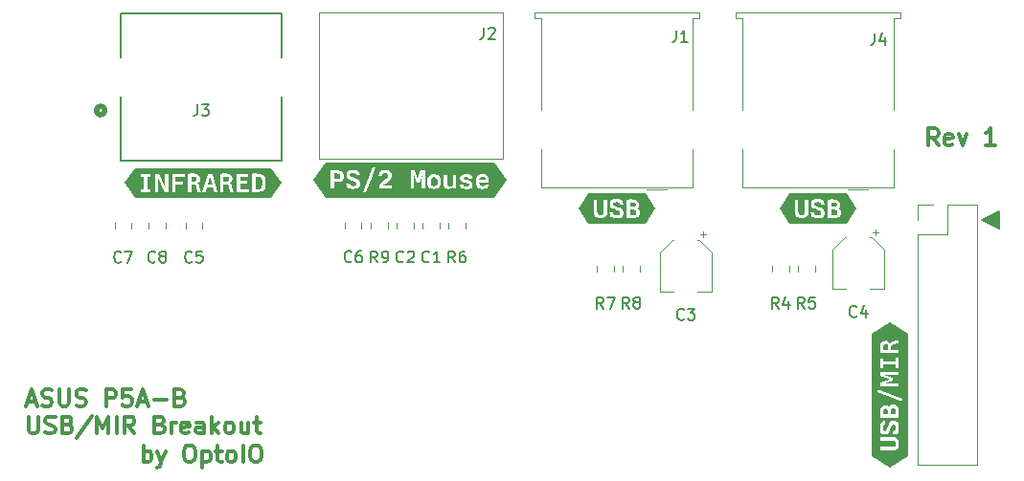
<source format=gbr>
%TF.GenerationSoftware,KiCad,Pcbnew,8.0.1*%
%TF.CreationDate,2024-04-03T08:14:29+10:00*%
%TF.ProjectId,Asus ATX USB PS2 Breakout,41737573-2041-4545-9820-555342205053,rev?*%
%TF.SameCoordinates,Original*%
%TF.FileFunction,Legend,Top*%
%TF.FilePolarity,Positive*%
%FSLAX46Y46*%
G04 Gerber Fmt 4.6, Leading zero omitted, Abs format (unit mm)*
G04 Created by KiCad (PCBNEW 8.0.1) date 2024-04-03 08:14:29*
%MOMM*%
%LPD*%
G01*
G04 APERTURE LIST*
%ADD10C,0.200000*%
%ADD11C,0.300000*%
%ADD12C,0.150000*%
%ADD13C,0.120000*%
%ADD14C,0.000000*%
%ADD15C,0.152400*%
%ADD16C,0.508000*%
G04 APERTURE END LIST*
D10*
X201676000Y-87376000D02*
X200152000Y-86614000D01*
X201676000Y-85852000D01*
X201676000Y-87376000D01*
G36*
X201676000Y-87376000D02*
G01*
X200152000Y-86614000D01*
X201676000Y-85852000D01*
X201676000Y-87376000D01*
G37*
D11*
X196311653Y-80000828D02*
X195811653Y-79286542D01*
X195454510Y-80000828D02*
X195454510Y-78500828D01*
X195454510Y-78500828D02*
X196025939Y-78500828D01*
X196025939Y-78500828D02*
X196168796Y-78572257D01*
X196168796Y-78572257D02*
X196240225Y-78643685D01*
X196240225Y-78643685D02*
X196311653Y-78786542D01*
X196311653Y-78786542D02*
X196311653Y-79000828D01*
X196311653Y-79000828D02*
X196240225Y-79143685D01*
X196240225Y-79143685D02*
X196168796Y-79215114D01*
X196168796Y-79215114D02*
X196025939Y-79286542D01*
X196025939Y-79286542D02*
X195454510Y-79286542D01*
X197525939Y-79929400D02*
X197383082Y-80000828D01*
X197383082Y-80000828D02*
X197097368Y-80000828D01*
X197097368Y-80000828D02*
X196954510Y-79929400D01*
X196954510Y-79929400D02*
X196883082Y-79786542D01*
X196883082Y-79786542D02*
X196883082Y-79215114D01*
X196883082Y-79215114D02*
X196954510Y-79072257D01*
X196954510Y-79072257D02*
X197097368Y-79000828D01*
X197097368Y-79000828D02*
X197383082Y-79000828D01*
X197383082Y-79000828D02*
X197525939Y-79072257D01*
X197525939Y-79072257D02*
X197597368Y-79215114D01*
X197597368Y-79215114D02*
X197597368Y-79357971D01*
X197597368Y-79357971D02*
X196883082Y-79500828D01*
X198097367Y-79000828D02*
X198454510Y-80000828D01*
X198454510Y-80000828D02*
X198811653Y-79000828D01*
X201311653Y-80000828D02*
X200454510Y-80000828D01*
X200883081Y-80000828D02*
X200883081Y-78500828D01*
X200883081Y-78500828D02*
X200740224Y-78715114D01*
X200740224Y-78715114D02*
X200597367Y-78857971D01*
X200597367Y-78857971D02*
X200454510Y-78929400D01*
X126054510Y-108050828D02*
X126054510Y-106550828D01*
X126054510Y-107122257D02*
X126197368Y-107050828D01*
X126197368Y-107050828D02*
X126483082Y-107050828D01*
X126483082Y-107050828D02*
X126625939Y-107122257D01*
X126625939Y-107122257D02*
X126697368Y-107193685D01*
X126697368Y-107193685D02*
X126768796Y-107336542D01*
X126768796Y-107336542D02*
X126768796Y-107765114D01*
X126768796Y-107765114D02*
X126697368Y-107907971D01*
X126697368Y-107907971D02*
X126625939Y-107979400D01*
X126625939Y-107979400D02*
X126483082Y-108050828D01*
X126483082Y-108050828D02*
X126197368Y-108050828D01*
X126197368Y-108050828D02*
X126054510Y-107979400D01*
X127268796Y-107050828D02*
X127625939Y-108050828D01*
X127983082Y-107050828D02*
X127625939Y-108050828D01*
X127625939Y-108050828D02*
X127483082Y-108407971D01*
X127483082Y-108407971D02*
X127411653Y-108479400D01*
X127411653Y-108479400D02*
X127268796Y-108550828D01*
X129983082Y-106550828D02*
X130268796Y-106550828D01*
X130268796Y-106550828D02*
X130411653Y-106622257D01*
X130411653Y-106622257D02*
X130554510Y-106765114D01*
X130554510Y-106765114D02*
X130625939Y-107050828D01*
X130625939Y-107050828D02*
X130625939Y-107550828D01*
X130625939Y-107550828D02*
X130554510Y-107836542D01*
X130554510Y-107836542D02*
X130411653Y-107979400D01*
X130411653Y-107979400D02*
X130268796Y-108050828D01*
X130268796Y-108050828D02*
X129983082Y-108050828D01*
X129983082Y-108050828D02*
X129840225Y-107979400D01*
X129840225Y-107979400D02*
X129697367Y-107836542D01*
X129697367Y-107836542D02*
X129625939Y-107550828D01*
X129625939Y-107550828D02*
X129625939Y-107050828D01*
X129625939Y-107050828D02*
X129697367Y-106765114D01*
X129697367Y-106765114D02*
X129840225Y-106622257D01*
X129840225Y-106622257D02*
X129983082Y-106550828D01*
X131268796Y-107050828D02*
X131268796Y-108550828D01*
X131268796Y-107122257D02*
X131411654Y-107050828D01*
X131411654Y-107050828D02*
X131697368Y-107050828D01*
X131697368Y-107050828D02*
X131840225Y-107122257D01*
X131840225Y-107122257D02*
X131911654Y-107193685D01*
X131911654Y-107193685D02*
X131983082Y-107336542D01*
X131983082Y-107336542D02*
X131983082Y-107765114D01*
X131983082Y-107765114D02*
X131911654Y-107907971D01*
X131911654Y-107907971D02*
X131840225Y-107979400D01*
X131840225Y-107979400D02*
X131697368Y-108050828D01*
X131697368Y-108050828D02*
X131411654Y-108050828D01*
X131411654Y-108050828D02*
X131268796Y-107979400D01*
X132411654Y-107050828D02*
X132983082Y-107050828D01*
X132625939Y-106550828D02*
X132625939Y-107836542D01*
X132625939Y-107836542D02*
X132697368Y-107979400D01*
X132697368Y-107979400D02*
X132840225Y-108050828D01*
X132840225Y-108050828D02*
X132983082Y-108050828D01*
X133697368Y-108050828D02*
X133554511Y-107979400D01*
X133554511Y-107979400D02*
X133483082Y-107907971D01*
X133483082Y-107907971D02*
X133411654Y-107765114D01*
X133411654Y-107765114D02*
X133411654Y-107336542D01*
X133411654Y-107336542D02*
X133483082Y-107193685D01*
X133483082Y-107193685D02*
X133554511Y-107122257D01*
X133554511Y-107122257D02*
X133697368Y-107050828D01*
X133697368Y-107050828D02*
X133911654Y-107050828D01*
X133911654Y-107050828D02*
X134054511Y-107122257D01*
X134054511Y-107122257D02*
X134125940Y-107193685D01*
X134125940Y-107193685D02*
X134197368Y-107336542D01*
X134197368Y-107336542D02*
X134197368Y-107765114D01*
X134197368Y-107765114D02*
X134125940Y-107907971D01*
X134125940Y-107907971D02*
X134054511Y-107979400D01*
X134054511Y-107979400D02*
X133911654Y-108050828D01*
X133911654Y-108050828D02*
X133697368Y-108050828D01*
X134840225Y-108050828D02*
X134840225Y-106550828D01*
X135840226Y-106550828D02*
X136125940Y-106550828D01*
X136125940Y-106550828D02*
X136268797Y-106622257D01*
X136268797Y-106622257D02*
X136411654Y-106765114D01*
X136411654Y-106765114D02*
X136483083Y-107050828D01*
X136483083Y-107050828D02*
X136483083Y-107550828D01*
X136483083Y-107550828D02*
X136411654Y-107836542D01*
X136411654Y-107836542D02*
X136268797Y-107979400D01*
X136268797Y-107979400D02*
X136125940Y-108050828D01*
X136125940Y-108050828D02*
X135840226Y-108050828D01*
X135840226Y-108050828D02*
X135697369Y-107979400D01*
X135697369Y-107979400D02*
X135554511Y-107836542D01*
X135554511Y-107836542D02*
X135483083Y-107550828D01*
X135483083Y-107550828D02*
X135483083Y-107050828D01*
X135483083Y-107050828D02*
X135554511Y-106765114D01*
X135554511Y-106765114D02*
X135697369Y-106622257D01*
X135697369Y-106622257D02*
X135840226Y-106550828D01*
X115823082Y-102667341D02*
X116537368Y-102667341D01*
X115680225Y-103095912D02*
X116180225Y-101595912D01*
X116180225Y-101595912D02*
X116680225Y-103095912D01*
X117108796Y-103024484D02*
X117323082Y-103095912D01*
X117323082Y-103095912D02*
X117680224Y-103095912D01*
X117680224Y-103095912D02*
X117823082Y-103024484D01*
X117823082Y-103024484D02*
X117894510Y-102953055D01*
X117894510Y-102953055D02*
X117965939Y-102810198D01*
X117965939Y-102810198D02*
X117965939Y-102667341D01*
X117965939Y-102667341D02*
X117894510Y-102524484D01*
X117894510Y-102524484D02*
X117823082Y-102453055D01*
X117823082Y-102453055D02*
X117680224Y-102381626D01*
X117680224Y-102381626D02*
X117394510Y-102310198D01*
X117394510Y-102310198D02*
X117251653Y-102238769D01*
X117251653Y-102238769D02*
X117180224Y-102167341D01*
X117180224Y-102167341D02*
X117108796Y-102024484D01*
X117108796Y-102024484D02*
X117108796Y-101881626D01*
X117108796Y-101881626D02*
X117180224Y-101738769D01*
X117180224Y-101738769D02*
X117251653Y-101667341D01*
X117251653Y-101667341D02*
X117394510Y-101595912D01*
X117394510Y-101595912D02*
X117751653Y-101595912D01*
X117751653Y-101595912D02*
X117965939Y-101667341D01*
X118608795Y-101595912D02*
X118608795Y-102810198D01*
X118608795Y-102810198D02*
X118680224Y-102953055D01*
X118680224Y-102953055D02*
X118751653Y-103024484D01*
X118751653Y-103024484D02*
X118894510Y-103095912D01*
X118894510Y-103095912D02*
X119180224Y-103095912D01*
X119180224Y-103095912D02*
X119323081Y-103024484D01*
X119323081Y-103024484D02*
X119394510Y-102953055D01*
X119394510Y-102953055D02*
X119465938Y-102810198D01*
X119465938Y-102810198D02*
X119465938Y-101595912D01*
X120108796Y-103024484D02*
X120323082Y-103095912D01*
X120323082Y-103095912D02*
X120680224Y-103095912D01*
X120680224Y-103095912D02*
X120823082Y-103024484D01*
X120823082Y-103024484D02*
X120894510Y-102953055D01*
X120894510Y-102953055D02*
X120965939Y-102810198D01*
X120965939Y-102810198D02*
X120965939Y-102667341D01*
X120965939Y-102667341D02*
X120894510Y-102524484D01*
X120894510Y-102524484D02*
X120823082Y-102453055D01*
X120823082Y-102453055D02*
X120680224Y-102381626D01*
X120680224Y-102381626D02*
X120394510Y-102310198D01*
X120394510Y-102310198D02*
X120251653Y-102238769D01*
X120251653Y-102238769D02*
X120180224Y-102167341D01*
X120180224Y-102167341D02*
X120108796Y-102024484D01*
X120108796Y-102024484D02*
X120108796Y-101881626D01*
X120108796Y-101881626D02*
X120180224Y-101738769D01*
X120180224Y-101738769D02*
X120251653Y-101667341D01*
X120251653Y-101667341D02*
X120394510Y-101595912D01*
X120394510Y-101595912D02*
X120751653Y-101595912D01*
X120751653Y-101595912D02*
X120965939Y-101667341D01*
X122751652Y-103095912D02*
X122751652Y-101595912D01*
X122751652Y-101595912D02*
X123323081Y-101595912D01*
X123323081Y-101595912D02*
X123465938Y-101667341D01*
X123465938Y-101667341D02*
X123537367Y-101738769D01*
X123537367Y-101738769D02*
X123608795Y-101881626D01*
X123608795Y-101881626D02*
X123608795Y-102095912D01*
X123608795Y-102095912D02*
X123537367Y-102238769D01*
X123537367Y-102238769D02*
X123465938Y-102310198D01*
X123465938Y-102310198D02*
X123323081Y-102381626D01*
X123323081Y-102381626D02*
X122751652Y-102381626D01*
X124965938Y-101595912D02*
X124251652Y-101595912D01*
X124251652Y-101595912D02*
X124180224Y-102310198D01*
X124180224Y-102310198D02*
X124251652Y-102238769D01*
X124251652Y-102238769D02*
X124394510Y-102167341D01*
X124394510Y-102167341D02*
X124751652Y-102167341D01*
X124751652Y-102167341D02*
X124894510Y-102238769D01*
X124894510Y-102238769D02*
X124965938Y-102310198D01*
X124965938Y-102310198D02*
X125037367Y-102453055D01*
X125037367Y-102453055D02*
X125037367Y-102810198D01*
X125037367Y-102810198D02*
X124965938Y-102953055D01*
X124965938Y-102953055D02*
X124894510Y-103024484D01*
X124894510Y-103024484D02*
X124751652Y-103095912D01*
X124751652Y-103095912D02*
X124394510Y-103095912D01*
X124394510Y-103095912D02*
X124251652Y-103024484D01*
X124251652Y-103024484D02*
X124180224Y-102953055D01*
X125608795Y-102667341D02*
X126323081Y-102667341D01*
X125465938Y-103095912D02*
X125965938Y-101595912D01*
X125965938Y-101595912D02*
X126465938Y-103095912D01*
X126965937Y-102524484D02*
X128108795Y-102524484D01*
X129323080Y-102310198D02*
X129537366Y-102381626D01*
X129537366Y-102381626D02*
X129608795Y-102453055D01*
X129608795Y-102453055D02*
X129680223Y-102595912D01*
X129680223Y-102595912D02*
X129680223Y-102810198D01*
X129680223Y-102810198D02*
X129608795Y-102953055D01*
X129608795Y-102953055D02*
X129537366Y-103024484D01*
X129537366Y-103024484D02*
X129394509Y-103095912D01*
X129394509Y-103095912D02*
X128823080Y-103095912D01*
X128823080Y-103095912D02*
X128823080Y-101595912D01*
X128823080Y-101595912D02*
X129323080Y-101595912D01*
X129323080Y-101595912D02*
X129465938Y-101667341D01*
X129465938Y-101667341D02*
X129537366Y-101738769D01*
X129537366Y-101738769D02*
X129608795Y-101881626D01*
X129608795Y-101881626D02*
X129608795Y-102024484D01*
X129608795Y-102024484D02*
X129537366Y-102167341D01*
X129537366Y-102167341D02*
X129465938Y-102238769D01*
X129465938Y-102238769D02*
X129323080Y-102310198D01*
X129323080Y-102310198D02*
X128823080Y-102310198D01*
X115894510Y-104010828D02*
X115894510Y-105225114D01*
X115894510Y-105225114D02*
X115965939Y-105367971D01*
X115965939Y-105367971D02*
X116037368Y-105439400D01*
X116037368Y-105439400D02*
X116180225Y-105510828D01*
X116180225Y-105510828D02*
X116465939Y-105510828D01*
X116465939Y-105510828D02*
X116608796Y-105439400D01*
X116608796Y-105439400D02*
X116680225Y-105367971D01*
X116680225Y-105367971D02*
X116751653Y-105225114D01*
X116751653Y-105225114D02*
X116751653Y-104010828D01*
X117394511Y-105439400D02*
X117608797Y-105510828D01*
X117608797Y-105510828D02*
X117965939Y-105510828D01*
X117965939Y-105510828D02*
X118108797Y-105439400D01*
X118108797Y-105439400D02*
X118180225Y-105367971D01*
X118180225Y-105367971D02*
X118251654Y-105225114D01*
X118251654Y-105225114D02*
X118251654Y-105082257D01*
X118251654Y-105082257D02*
X118180225Y-104939400D01*
X118180225Y-104939400D02*
X118108797Y-104867971D01*
X118108797Y-104867971D02*
X117965939Y-104796542D01*
X117965939Y-104796542D02*
X117680225Y-104725114D01*
X117680225Y-104725114D02*
X117537368Y-104653685D01*
X117537368Y-104653685D02*
X117465939Y-104582257D01*
X117465939Y-104582257D02*
X117394511Y-104439400D01*
X117394511Y-104439400D02*
X117394511Y-104296542D01*
X117394511Y-104296542D02*
X117465939Y-104153685D01*
X117465939Y-104153685D02*
X117537368Y-104082257D01*
X117537368Y-104082257D02*
X117680225Y-104010828D01*
X117680225Y-104010828D02*
X118037368Y-104010828D01*
X118037368Y-104010828D02*
X118251654Y-104082257D01*
X119394510Y-104725114D02*
X119608796Y-104796542D01*
X119608796Y-104796542D02*
X119680225Y-104867971D01*
X119680225Y-104867971D02*
X119751653Y-105010828D01*
X119751653Y-105010828D02*
X119751653Y-105225114D01*
X119751653Y-105225114D02*
X119680225Y-105367971D01*
X119680225Y-105367971D02*
X119608796Y-105439400D01*
X119608796Y-105439400D02*
X119465939Y-105510828D01*
X119465939Y-105510828D02*
X118894510Y-105510828D01*
X118894510Y-105510828D02*
X118894510Y-104010828D01*
X118894510Y-104010828D02*
X119394510Y-104010828D01*
X119394510Y-104010828D02*
X119537368Y-104082257D01*
X119537368Y-104082257D02*
X119608796Y-104153685D01*
X119608796Y-104153685D02*
X119680225Y-104296542D01*
X119680225Y-104296542D02*
X119680225Y-104439400D01*
X119680225Y-104439400D02*
X119608796Y-104582257D01*
X119608796Y-104582257D02*
X119537368Y-104653685D01*
X119537368Y-104653685D02*
X119394510Y-104725114D01*
X119394510Y-104725114D02*
X118894510Y-104725114D01*
X121465939Y-103939400D02*
X120180225Y-105867971D01*
X121965939Y-105510828D02*
X121965939Y-104010828D01*
X121965939Y-104010828D02*
X122465939Y-105082257D01*
X122465939Y-105082257D02*
X122965939Y-104010828D01*
X122965939Y-104010828D02*
X122965939Y-105510828D01*
X123680225Y-105510828D02*
X123680225Y-104010828D01*
X125251654Y-105510828D02*
X124751654Y-104796542D01*
X124394511Y-105510828D02*
X124394511Y-104010828D01*
X124394511Y-104010828D02*
X124965940Y-104010828D01*
X124965940Y-104010828D02*
X125108797Y-104082257D01*
X125108797Y-104082257D02*
X125180226Y-104153685D01*
X125180226Y-104153685D02*
X125251654Y-104296542D01*
X125251654Y-104296542D02*
X125251654Y-104510828D01*
X125251654Y-104510828D02*
X125180226Y-104653685D01*
X125180226Y-104653685D02*
X125108797Y-104725114D01*
X125108797Y-104725114D02*
X124965940Y-104796542D01*
X124965940Y-104796542D02*
X124394511Y-104796542D01*
X127537368Y-104725114D02*
X127751654Y-104796542D01*
X127751654Y-104796542D02*
X127823083Y-104867971D01*
X127823083Y-104867971D02*
X127894511Y-105010828D01*
X127894511Y-105010828D02*
X127894511Y-105225114D01*
X127894511Y-105225114D02*
X127823083Y-105367971D01*
X127823083Y-105367971D02*
X127751654Y-105439400D01*
X127751654Y-105439400D02*
X127608797Y-105510828D01*
X127608797Y-105510828D02*
X127037368Y-105510828D01*
X127037368Y-105510828D02*
X127037368Y-104010828D01*
X127037368Y-104010828D02*
X127537368Y-104010828D01*
X127537368Y-104010828D02*
X127680226Y-104082257D01*
X127680226Y-104082257D02*
X127751654Y-104153685D01*
X127751654Y-104153685D02*
X127823083Y-104296542D01*
X127823083Y-104296542D02*
X127823083Y-104439400D01*
X127823083Y-104439400D02*
X127751654Y-104582257D01*
X127751654Y-104582257D02*
X127680226Y-104653685D01*
X127680226Y-104653685D02*
X127537368Y-104725114D01*
X127537368Y-104725114D02*
X127037368Y-104725114D01*
X128537368Y-105510828D02*
X128537368Y-104510828D01*
X128537368Y-104796542D02*
X128608797Y-104653685D01*
X128608797Y-104653685D02*
X128680226Y-104582257D01*
X128680226Y-104582257D02*
X128823083Y-104510828D01*
X128823083Y-104510828D02*
X128965940Y-104510828D01*
X130037368Y-105439400D02*
X129894511Y-105510828D01*
X129894511Y-105510828D02*
X129608797Y-105510828D01*
X129608797Y-105510828D02*
X129465939Y-105439400D01*
X129465939Y-105439400D02*
X129394511Y-105296542D01*
X129394511Y-105296542D02*
X129394511Y-104725114D01*
X129394511Y-104725114D02*
X129465939Y-104582257D01*
X129465939Y-104582257D02*
X129608797Y-104510828D01*
X129608797Y-104510828D02*
X129894511Y-104510828D01*
X129894511Y-104510828D02*
X130037368Y-104582257D01*
X130037368Y-104582257D02*
X130108797Y-104725114D01*
X130108797Y-104725114D02*
X130108797Y-104867971D01*
X130108797Y-104867971D02*
X129394511Y-105010828D01*
X131394511Y-105510828D02*
X131394511Y-104725114D01*
X131394511Y-104725114D02*
X131323082Y-104582257D01*
X131323082Y-104582257D02*
X131180225Y-104510828D01*
X131180225Y-104510828D02*
X130894511Y-104510828D01*
X130894511Y-104510828D02*
X130751653Y-104582257D01*
X131394511Y-105439400D02*
X131251653Y-105510828D01*
X131251653Y-105510828D02*
X130894511Y-105510828D01*
X130894511Y-105510828D02*
X130751653Y-105439400D01*
X130751653Y-105439400D02*
X130680225Y-105296542D01*
X130680225Y-105296542D02*
X130680225Y-105153685D01*
X130680225Y-105153685D02*
X130751653Y-105010828D01*
X130751653Y-105010828D02*
X130894511Y-104939400D01*
X130894511Y-104939400D02*
X131251653Y-104939400D01*
X131251653Y-104939400D02*
X131394511Y-104867971D01*
X132108796Y-105510828D02*
X132108796Y-104010828D01*
X132251654Y-104939400D02*
X132680225Y-105510828D01*
X132680225Y-104510828D02*
X132108796Y-105082257D01*
X133537368Y-105510828D02*
X133394511Y-105439400D01*
X133394511Y-105439400D02*
X133323082Y-105367971D01*
X133323082Y-105367971D02*
X133251654Y-105225114D01*
X133251654Y-105225114D02*
X133251654Y-104796542D01*
X133251654Y-104796542D02*
X133323082Y-104653685D01*
X133323082Y-104653685D02*
X133394511Y-104582257D01*
X133394511Y-104582257D02*
X133537368Y-104510828D01*
X133537368Y-104510828D02*
X133751654Y-104510828D01*
X133751654Y-104510828D02*
X133894511Y-104582257D01*
X133894511Y-104582257D02*
X133965940Y-104653685D01*
X133965940Y-104653685D02*
X134037368Y-104796542D01*
X134037368Y-104796542D02*
X134037368Y-105225114D01*
X134037368Y-105225114D02*
X133965940Y-105367971D01*
X133965940Y-105367971D02*
X133894511Y-105439400D01*
X133894511Y-105439400D02*
X133751654Y-105510828D01*
X133751654Y-105510828D02*
X133537368Y-105510828D01*
X135323083Y-104510828D02*
X135323083Y-105510828D01*
X134680225Y-104510828D02*
X134680225Y-105296542D01*
X134680225Y-105296542D02*
X134751654Y-105439400D01*
X134751654Y-105439400D02*
X134894511Y-105510828D01*
X134894511Y-105510828D02*
X135108797Y-105510828D01*
X135108797Y-105510828D02*
X135251654Y-105439400D01*
X135251654Y-105439400D02*
X135323083Y-105367971D01*
X135823083Y-104510828D02*
X136394511Y-104510828D01*
X136037368Y-104010828D02*
X136037368Y-105296542D01*
X136037368Y-105296542D02*
X136108797Y-105439400D01*
X136108797Y-105439400D02*
X136251654Y-105510828D01*
X136251654Y-105510828D02*
X136394511Y-105510828D01*
D12*
X124083333Y-90275580D02*
X124035714Y-90323200D01*
X124035714Y-90323200D02*
X123892857Y-90370819D01*
X123892857Y-90370819D02*
X123797619Y-90370819D01*
X123797619Y-90370819D02*
X123654762Y-90323200D01*
X123654762Y-90323200D02*
X123559524Y-90227961D01*
X123559524Y-90227961D02*
X123511905Y-90132723D01*
X123511905Y-90132723D02*
X123464286Y-89942247D01*
X123464286Y-89942247D02*
X123464286Y-89799390D01*
X123464286Y-89799390D02*
X123511905Y-89608914D01*
X123511905Y-89608914D02*
X123559524Y-89513676D01*
X123559524Y-89513676D02*
X123654762Y-89418438D01*
X123654762Y-89418438D02*
X123797619Y-89370819D01*
X123797619Y-89370819D02*
X123892857Y-89370819D01*
X123892857Y-89370819D02*
X124035714Y-89418438D01*
X124035714Y-89418438D02*
X124083333Y-89466057D01*
X124416667Y-89370819D02*
X125083333Y-89370819D01*
X125083333Y-89370819D02*
X124654762Y-90370819D01*
X190674666Y-70066819D02*
X190674666Y-70781104D01*
X190674666Y-70781104D02*
X190627047Y-70923961D01*
X190627047Y-70923961D02*
X190531809Y-71019200D01*
X190531809Y-71019200D02*
X190388952Y-71066819D01*
X190388952Y-71066819D02*
X190293714Y-71066819D01*
X191579428Y-70400152D02*
X191579428Y-71066819D01*
X191341333Y-70019200D02*
X191103238Y-70733485D01*
X191103238Y-70733485D02*
X191722285Y-70733485D01*
X127087333Y-90275580D02*
X127039714Y-90323200D01*
X127039714Y-90323200D02*
X126896857Y-90370819D01*
X126896857Y-90370819D02*
X126801619Y-90370819D01*
X126801619Y-90370819D02*
X126658762Y-90323200D01*
X126658762Y-90323200D02*
X126563524Y-90227961D01*
X126563524Y-90227961D02*
X126515905Y-90132723D01*
X126515905Y-90132723D02*
X126468286Y-89942247D01*
X126468286Y-89942247D02*
X126468286Y-89799390D01*
X126468286Y-89799390D02*
X126515905Y-89608914D01*
X126515905Y-89608914D02*
X126563524Y-89513676D01*
X126563524Y-89513676D02*
X126658762Y-89418438D01*
X126658762Y-89418438D02*
X126801619Y-89370819D01*
X126801619Y-89370819D02*
X126896857Y-89370819D01*
X126896857Y-89370819D02*
X127039714Y-89418438D01*
X127039714Y-89418438D02*
X127087333Y-89466057D01*
X127658762Y-89799390D02*
X127563524Y-89751771D01*
X127563524Y-89751771D02*
X127515905Y-89704152D01*
X127515905Y-89704152D02*
X127468286Y-89608914D01*
X127468286Y-89608914D02*
X127468286Y-89561295D01*
X127468286Y-89561295D02*
X127515905Y-89466057D01*
X127515905Y-89466057D02*
X127563524Y-89418438D01*
X127563524Y-89418438D02*
X127658762Y-89370819D01*
X127658762Y-89370819D02*
X127849238Y-89370819D01*
X127849238Y-89370819D02*
X127944476Y-89418438D01*
X127944476Y-89418438D02*
X127992095Y-89466057D01*
X127992095Y-89466057D02*
X128039714Y-89561295D01*
X128039714Y-89561295D02*
X128039714Y-89608914D01*
X128039714Y-89608914D02*
X127992095Y-89704152D01*
X127992095Y-89704152D02*
X127944476Y-89751771D01*
X127944476Y-89751771D02*
X127849238Y-89799390D01*
X127849238Y-89799390D02*
X127658762Y-89799390D01*
X127658762Y-89799390D02*
X127563524Y-89847009D01*
X127563524Y-89847009D02*
X127515905Y-89894628D01*
X127515905Y-89894628D02*
X127468286Y-89989866D01*
X127468286Y-89989866D02*
X127468286Y-90180342D01*
X127468286Y-90180342D02*
X127515905Y-90275580D01*
X127515905Y-90275580D02*
X127563524Y-90323200D01*
X127563524Y-90323200D02*
X127658762Y-90370819D01*
X127658762Y-90370819D02*
X127849238Y-90370819D01*
X127849238Y-90370819D02*
X127944476Y-90323200D01*
X127944476Y-90323200D02*
X127992095Y-90275580D01*
X127992095Y-90275580D02*
X128039714Y-90180342D01*
X128039714Y-90180342D02*
X128039714Y-89989866D01*
X128039714Y-89989866D02*
X127992095Y-89894628D01*
X127992095Y-89894628D02*
X127944476Y-89847009D01*
X127944476Y-89847009D02*
X127849238Y-89799390D01*
X184491333Y-94434819D02*
X184158000Y-93958628D01*
X183919905Y-94434819D02*
X183919905Y-93434819D01*
X183919905Y-93434819D02*
X184300857Y-93434819D01*
X184300857Y-93434819D02*
X184396095Y-93482438D01*
X184396095Y-93482438D02*
X184443714Y-93530057D01*
X184443714Y-93530057D02*
X184491333Y-93625295D01*
X184491333Y-93625295D02*
X184491333Y-93768152D01*
X184491333Y-93768152D02*
X184443714Y-93863390D01*
X184443714Y-93863390D02*
X184396095Y-93911009D01*
X184396095Y-93911009D02*
X184300857Y-93958628D01*
X184300857Y-93958628D02*
X183919905Y-93958628D01*
X185396095Y-93434819D02*
X184919905Y-93434819D01*
X184919905Y-93434819D02*
X184872286Y-93911009D01*
X184872286Y-93911009D02*
X184919905Y-93863390D01*
X184919905Y-93863390D02*
X185015143Y-93815771D01*
X185015143Y-93815771D02*
X185253238Y-93815771D01*
X185253238Y-93815771D02*
X185348476Y-93863390D01*
X185348476Y-93863390D02*
X185396095Y-93911009D01*
X185396095Y-93911009D02*
X185443714Y-94006247D01*
X185443714Y-94006247D02*
X185443714Y-94244342D01*
X185443714Y-94244342D02*
X185396095Y-94339580D01*
X185396095Y-94339580D02*
X185348476Y-94387200D01*
X185348476Y-94387200D02*
X185253238Y-94434819D01*
X185253238Y-94434819D02*
X185015143Y-94434819D01*
X185015143Y-94434819D02*
X184919905Y-94387200D01*
X184919905Y-94387200D02*
X184872286Y-94339580D01*
X153591333Y-90364819D02*
X153258000Y-89888628D01*
X153019905Y-90364819D02*
X153019905Y-89364819D01*
X153019905Y-89364819D02*
X153400857Y-89364819D01*
X153400857Y-89364819D02*
X153496095Y-89412438D01*
X153496095Y-89412438D02*
X153543714Y-89460057D01*
X153543714Y-89460057D02*
X153591333Y-89555295D01*
X153591333Y-89555295D02*
X153591333Y-89698152D01*
X153591333Y-89698152D02*
X153543714Y-89793390D01*
X153543714Y-89793390D02*
X153496095Y-89841009D01*
X153496095Y-89841009D02*
X153400857Y-89888628D01*
X153400857Y-89888628D02*
X153019905Y-89888628D01*
X154448476Y-89364819D02*
X154258000Y-89364819D01*
X154258000Y-89364819D02*
X154162762Y-89412438D01*
X154162762Y-89412438D02*
X154115143Y-89460057D01*
X154115143Y-89460057D02*
X154019905Y-89602914D01*
X154019905Y-89602914D02*
X153972286Y-89793390D01*
X153972286Y-89793390D02*
X153972286Y-90174342D01*
X153972286Y-90174342D02*
X154019905Y-90269580D01*
X154019905Y-90269580D02*
X154067524Y-90317200D01*
X154067524Y-90317200D02*
X154162762Y-90364819D01*
X154162762Y-90364819D02*
X154353238Y-90364819D01*
X154353238Y-90364819D02*
X154448476Y-90317200D01*
X154448476Y-90317200D02*
X154496095Y-90269580D01*
X154496095Y-90269580D02*
X154543714Y-90174342D01*
X154543714Y-90174342D02*
X154543714Y-89936247D01*
X154543714Y-89936247D02*
X154496095Y-89841009D01*
X154496095Y-89841009D02*
X154448476Y-89793390D01*
X154448476Y-89793390D02*
X154353238Y-89745771D01*
X154353238Y-89745771D02*
X154162762Y-89745771D01*
X154162762Y-89745771D02*
X154067524Y-89793390D01*
X154067524Y-89793390D02*
X154019905Y-89841009D01*
X154019905Y-89841009D02*
X153972286Y-89936247D01*
X144433333Y-90253580D02*
X144385714Y-90301200D01*
X144385714Y-90301200D02*
X144242857Y-90348819D01*
X144242857Y-90348819D02*
X144147619Y-90348819D01*
X144147619Y-90348819D02*
X144004762Y-90301200D01*
X144004762Y-90301200D02*
X143909524Y-90205961D01*
X143909524Y-90205961D02*
X143861905Y-90110723D01*
X143861905Y-90110723D02*
X143814286Y-89920247D01*
X143814286Y-89920247D02*
X143814286Y-89777390D01*
X143814286Y-89777390D02*
X143861905Y-89586914D01*
X143861905Y-89586914D02*
X143909524Y-89491676D01*
X143909524Y-89491676D02*
X144004762Y-89396438D01*
X144004762Y-89396438D02*
X144147619Y-89348819D01*
X144147619Y-89348819D02*
X144242857Y-89348819D01*
X144242857Y-89348819D02*
X144385714Y-89396438D01*
X144385714Y-89396438D02*
X144433333Y-89444057D01*
X145290476Y-89348819D02*
X145100000Y-89348819D01*
X145100000Y-89348819D02*
X145004762Y-89396438D01*
X145004762Y-89396438D02*
X144957143Y-89444057D01*
X144957143Y-89444057D02*
X144861905Y-89586914D01*
X144861905Y-89586914D02*
X144814286Y-89777390D01*
X144814286Y-89777390D02*
X144814286Y-90158342D01*
X144814286Y-90158342D02*
X144861905Y-90253580D01*
X144861905Y-90253580D02*
X144909524Y-90301200D01*
X144909524Y-90301200D02*
X145004762Y-90348819D01*
X145004762Y-90348819D02*
X145195238Y-90348819D01*
X145195238Y-90348819D02*
X145290476Y-90301200D01*
X145290476Y-90301200D02*
X145338095Y-90253580D01*
X145338095Y-90253580D02*
X145385714Y-90158342D01*
X145385714Y-90158342D02*
X145385714Y-89920247D01*
X145385714Y-89920247D02*
X145338095Y-89825009D01*
X145338095Y-89825009D02*
X145290476Y-89777390D01*
X145290476Y-89777390D02*
X145195238Y-89729771D01*
X145195238Y-89729771D02*
X145004762Y-89729771D01*
X145004762Y-89729771D02*
X144909524Y-89777390D01*
X144909524Y-89777390D02*
X144861905Y-89825009D01*
X144861905Y-89825009D02*
X144814286Y-89920247D01*
X166711333Y-94434819D02*
X166378000Y-93958628D01*
X166139905Y-94434819D02*
X166139905Y-93434819D01*
X166139905Y-93434819D02*
X166520857Y-93434819D01*
X166520857Y-93434819D02*
X166616095Y-93482438D01*
X166616095Y-93482438D02*
X166663714Y-93530057D01*
X166663714Y-93530057D02*
X166711333Y-93625295D01*
X166711333Y-93625295D02*
X166711333Y-93768152D01*
X166711333Y-93768152D02*
X166663714Y-93863390D01*
X166663714Y-93863390D02*
X166616095Y-93911009D01*
X166616095Y-93911009D02*
X166520857Y-93958628D01*
X166520857Y-93958628D02*
X166139905Y-93958628D01*
X167044667Y-93434819D02*
X167711333Y-93434819D01*
X167711333Y-93434819D02*
X167282762Y-94434819D01*
X173833333Y-95359580D02*
X173785714Y-95407200D01*
X173785714Y-95407200D02*
X173642857Y-95454819D01*
X173642857Y-95454819D02*
X173547619Y-95454819D01*
X173547619Y-95454819D02*
X173404762Y-95407200D01*
X173404762Y-95407200D02*
X173309524Y-95311961D01*
X173309524Y-95311961D02*
X173261905Y-95216723D01*
X173261905Y-95216723D02*
X173214286Y-95026247D01*
X173214286Y-95026247D02*
X173214286Y-94883390D01*
X173214286Y-94883390D02*
X173261905Y-94692914D01*
X173261905Y-94692914D02*
X173309524Y-94597676D01*
X173309524Y-94597676D02*
X173404762Y-94502438D01*
X173404762Y-94502438D02*
X173547619Y-94454819D01*
X173547619Y-94454819D02*
X173642857Y-94454819D01*
X173642857Y-94454819D02*
X173785714Y-94502438D01*
X173785714Y-94502438D02*
X173833333Y-94550057D01*
X174166667Y-94454819D02*
X174785714Y-94454819D01*
X174785714Y-94454819D02*
X174452381Y-94835771D01*
X174452381Y-94835771D02*
X174595238Y-94835771D01*
X174595238Y-94835771D02*
X174690476Y-94883390D01*
X174690476Y-94883390D02*
X174738095Y-94931009D01*
X174738095Y-94931009D02*
X174785714Y-95026247D01*
X174785714Y-95026247D02*
X174785714Y-95264342D01*
X174785714Y-95264342D02*
X174738095Y-95359580D01*
X174738095Y-95359580D02*
X174690476Y-95407200D01*
X174690476Y-95407200D02*
X174595238Y-95454819D01*
X174595238Y-95454819D02*
X174309524Y-95454819D01*
X174309524Y-95454819D02*
X174214286Y-95407200D01*
X174214286Y-95407200D02*
X174166667Y-95359580D01*
X130832266Y-76366019D02*
X130832266Y-77080304D01*
X130832266Y-77080304D02*
X130784647Y-77223161D01*
X130784647Y-77223161D02*
X130689409Y-77318400D01*
X130689409Y-77318400D02*
X130546552Y-77366019D01*
X130546552Y-77366019D02*
X130451314Y-77366019D01*
X131213219Y-76366019D02*
X131832266Y-76366019D01*
X131832266Y-76366019D02*
X131498933Y-76746971D01*
X131498933Y-76746971D02*
X131641790Y-76746971D01*
X131641790Y-76746971D02*
X131737028Y-76794590D01*
X131737028Y-76794590D02*
X131784647Y-76842209D01*
X131784647Y-76842209D02*
X131832266Y-76937447D01*
X131832266Y-76937447D02*
X131832266Y-77175542D01*
X131832266Y-77175542D02*
X131784647Y-77270780D01*
X131784647Y-77270780D02*
X131737028Y-77318400D01*
X131737028Y-77318400D02*
X131641790Y-77366019D01*
X131641790Y-77366019D02*
X131356076Y-77366019D01*
X131356076Y-77366019D02*
X131260838Y-77318400D01*
X131260838Y-77318400D02*
X131213219Y-77270780D01*
X156130666Y-69558819D02*
X156130666Y-70273104D01*
X156130666Y-70273104D02*
X156083047Y-70415961D01*
X156083047Y-70415961D02*
X155987809Y-70511200D01*
X155987809Y-70511200D02*
X155844952Y-70558819D01*
X155844952Y-70558819D02*
X155749714Y-70558819D01*
X156559238Y-69654057D02*
X156606857Y-69606438D01*
X156606857Y-69606438D02*
X156702095Y-69558819D01*
X156702095Y-69558819D02*
X156940190Y-69558819D01*
X156940190Y-69558819D02*
X157035428Y-69606438D01*
X157035428Y-69606438D02*
X157083047Y-69654057D01*
X157083047Y-69654057D02*
X157130666Y-69749295D01*
X157130666Y-69749295D02*
X157130666Y-69844533D01*
X157130666Y-69844533D02*
X157083047Y-69987390D01*
X157083047Y-69987390D02*
X156511619Y-70558819D01*
X156511619Y-70558819D02*
X157130666Y-70558819D01*
X149019333Y-90269580D02*
X148971714Y-90317200D01*
X148971714Y-90317200D02*
X148828857Y-90364819D01*
X148828857Y-90364819D02*
X148733619Y-90364819D01*
X148733619Y-90364819D02*
X148590762Y-90317200D01*
X148590762Y-90317200D02*
X148495524Y-90221961D01*
X148495524Y-90221961D02*
X148447905Y-90126723D01*
X148447905Y-90126723D02*
X148400286Y-89936247D01*
X148400286Y-89936247D02*
X148400286Y-89793390D01*
X148400286Y-89793390D02*
X148447905Y-89602914D01*
X148447905Y-89602914D02*
X148495524Y-89507676D01*
X148495524Y-89507676D02*
X148590762Y-89412438D01*
X148590762Y-89412438D02*
X148733619Y-89364819D01*
X148733619Y-89364819D02*
X148828857Y-89364819D01*
X148828857Y-89364819D02*
X148971714Y-89412438D01*
X148971714Y-89412438D02*
X149019333Y-89460057D01*
X149400286Y-89460057D02*
X149447905Y-89412438D01*
X149447905Y-89412438D02*
X149543143Y-89364819D01*
X149543143Y-89364819D02*
X149781238Y-89364819D01*
X149781238Y-89364819D02*
X149876476Y-89412438D01*
X149876476Y-89412438D02*
X149924095Y-89460057D01*
X149924095Y-89460057D02*
X149971714Y-89555295D01*
X149971714Y-89555295D02*
X149971714Y-89650533D01*
X149971714Y-89650533D02*
X149924095Y-89793390D01*
X149924095Y-89793390D02*
X149352667Y-90364819D01*
X149352667Y-90364819D02*
X149971714Y-90364819D01*
X146733333Y-90364819D02*
X146400000Y-89888628D01*
X146161905Y-90364819D02*
X146161905Y-89364819D01*
X146161905Y-89364819D02*
X146542857Y-89364819D01*
X146542857Y-89364819D02*
X146638095Y-89412438D01*
X146638095Y-89412438D02*
X146685714Y-89460057D01*
X146685714Y-89460057D02*
X146733333Y-89555295D01*
X146733333Y-89555295D02*
X146733333Y-89698152D01*
X146733333Y-89698152D02*
X146685714Y-89793390D01*
X146685714Y-89793390D02*
X146638095Y-89841009D01*
X146638095Y-89841009D02*
X146542857Y-89888628D01*
X146542857Y-89888628D02*
X146161905Y-89888628D01*
X147209524Y-90364819D02*
X147400000Y-90364819D01*
X147400000Y-90364819D02*
X147495238Y-90317200D01*
X147495238Y-90317200D02*
X147542857Y-90269580D01*
X147542857Y-90269580D02*
X147638095Y-90126723D01*
X147638095Y-90126723D02*
X147685714Y-89936247D01*
X147685714Y-89936247D02*
X147685714Y-89555295D01*
X147685714Y-89555295D02*
X147638095Y-89460057D01*
X147638095Y-89460057D02*
X147590476Y-89412438D01*
X147590476Y-89412438D02*
X147495238Y-89364819D01*
X147495238Y-89364819D02*
X147304762Y-89364819D01*
X147304762Y-89364819D02*
X147209524Y-89412438D01*
X147209524Y-89412438D02*
X147161905Y-89460057D01*
X147161905Y-89460057D02*
X147114286Y-89555295D01*
X147114286Y-89555295D02*
X147114286Y-89793390D01*
X147114286Y-89793390D02*
X147161905Y-89888628D01*
X147161905Y-89888628D02*
X147209524Y-89936247D01*
X147209524Y-89936247D02*
X147304762Y-89983866D01*
X147304762Y-89983866D02*
X147495238Y-89983866D01*
X147495238Y-89983866D02*
X147590476Y-89936247D01*
X147590476Y-89936247D02*
X147638095Y-89888628D01*
X147638095Y-89888628D02*
X147685714Y-89793390D01*
X168997333Y-94434819D02*
X168664000Y-93958628D01*
X168425905Y-94434819D02*
X168425905Y-93434819D01*
X168425905Y-93434819D02*
X168806857Y-93434819D01*
X168806857Y-93434819D02*
X168902095Y-93482438D01*
X168902095Y-93482438D02*
X168949714Y-93530057D01*
X168949714Y-93530057D02*
X168997333Y-93625295D01*
X168997333Y-93625295D02*
X168997333Y-93768152D01*
X168997333Y-93768152D02*
X168949714Y-93863390D01*
X168949714Y-93863390D02*
X168902095Y-93911009D01*
X168902095Y-93911009D02*
X168806857Y-93958628D01*
X168806857Y-93958628D02*
X168425905Y-93958628D01*
X169568762Y-93863390D02*
X169473524Y-93815771D01*
X169473524Y-93815771D02*
X169425905Y-93768152D01*
X169425905Y-93768152D02*
X169378286Y-93672914D01*
X169378286Y-93672914D02*
X169378286Y-93625295D01*
X169378286Y-93625295D02*
X169425905Y-93530057D01*
X169425905Y-93530057D02*
X169473524Y-93482438D01*
X169473524Y-93482438D02*
X169568762Y-93434819D01*
X169568762Y-93434819D02*
X169759238Y-93434819D01*
X169759238Y-93434819D02*
X169854476Y-93482438D01*
X169854476Y-93482438D02*
X169902095Y-93530057D01*
X169902095Y-93530057D02*
X169949714Y-93625295D01*
X169949714Y-93625295D02*
X169949714Y-93672914D01*
X169949714Y-93672914D02*
X169902095Y-93768152D01*
X169902095Y-93768152D02*
X169854476Y-93815771D01*
X169854476Y-93815771D02*
X169759238Y-93863390D01*
X169759238Y-93863390D02*
X169568762Y-93863390D01*
X169568762Y-93863390D02*
X169473524Y-93911009D01*
X169473524Y-93911009D02*
X169425905Y-93958628D01*
X169425905Y-93958628D02*
X169378286Y-94053866D01*
X169378286Y-94053866D02*
X169378286Y-94244342D01*
X169378286Y-94244342D02*
X169425905Y-94339580D01*
X169425905Y-94339580D02*
X169473524Y-94387200D01*
X169473524Y-94387200D02*
X169568762Y-94434819D01*
X169568762Y-94434819D02*
X169759238Y-94434819D01*
X169759238Y-94434819D02*
X169854476Y-94387200D01*
X169854476Y-94387200D02*
X169902095Y-94339580D01*
X169902095Y-94339580D02*
X169949714Y-94244342D01*
X169949714Y-94244342D02*
X169949714Y-94053866D01*
X169949714Y-94053866D02*
X169902095Y-93958628D01*
X169902095Y-93958628D02*
X169854476Y-93911009D01*
X169854476Y-93911009D02*
X169759238Y-93863390D01*
X182205333Y-94434819D02*
X181872000Y-93958628D01*
X181633905Y-94434819D02*
X181633905Y-93434819D01*
X181633905Y-93434819D02*
X182014857Y-93434819D01*
X182014857Y-93434819D02*
X182110095Y-93482438D01*
X182110095Y-93482438D02*
X182157714Y-93530057D01*
X182157714Y-93530057D02*
X182205333Y-93625295D01*
X182205333Y-93625295D02*
X182205333Y-93768152D01*
X182205333Y-93768152D02*
X182157714Y-93863390D01*
X182157714Y-93863390D02*
X182110095Y-93911009D01*
X182110095Y-93911009D02*
X182014857Y-93958628D01*
X182014857Y-93958628D02*
X181633905Y-93958628D01*
X183062476Y-93768152D02*
X183062476Y-94434819D01*
X182824381Y-93387200D02*
X182586286Y-94101485D01*
X182586286Y-94101485D02*
X183205333Y-94101485D01*
X130333333Y-90275580D02*
X130285714Y-90323200D01*
X130285714Y-90323200D02*
X130142857Y-90370819D01*
X130142857Y-90370819D02*
X130047619Y-90370819D01*
X130047619Y-90370819D02*
X129904762Y-90323200D01*
X129904762Y-90323200D02*
X129809524Y-90227961D01*
X129809524Y-90227961D02*
X129761905Y-90132723D01*
X129761905Y-90132723D02*
X129714286Y-89942247D01*
X129714286Y-89942247D02*
X129714286Y-89799390D01*
X129714286Y-89799390D02*
X129761905Y-89608914D01*
X129761905Y-89608914D02*
X129809524Y-89513676D01*
X129809524Y-89513676D02*
X129904762Y-89418438D01*
X129904762Y-89418438D02*
X130047619Y-89370819D01*
X130047619Y-89370819D02*
X130142857Y-89370819D01*
X130142857Y-89370819D02*
X130285714Y-89418438D01*
X130285714Y-89418438D02*
X130333333Y-89466057D01*
X131238095Y-89370819D02*
X130761905Y-89370819D01*
X130761905Y-89370819D02*
X130714286Y-89847009D01*
X130714286Y-89847009D02*
X130761905Y-89799390D01*
X130761905Y-89799390D02*
X130857143Y-89751771D01*
X130857143Y-89751771D02*
X131095238Y-89751771D01*
X131095238Y-89751771D02*
X131190476Y-89799390D01*
X131190476Y-89799390D02*
X131238095Y-89847009D01*
X131238095Y-89847009D02*
X131285714Y-89942247D01*
X131285714Y-89942247D02*
X131285714Y-90180342D01*
X131285714Y-90180342D02*
X131238095Y-90275580D01*
X131238095Y-90275580D02*
X131190476Y-90323200D01*
X131190476Y-90323200D02*
X131095238Y-90370819D01*
X131095238Y-90370819D02*
X130857143Y-90370819D01*
X130857143Y-90370819D02*
X130761905Y-90323200D01*
X130761905Y-90323200D02*
X130714286Y-90275580D01*
X189083333Y-95109580D02*
X189035714Y-95157200D01*
X189035714Y-95157200D02*
X188892857Y-95204819D01*
X188892857Y-95204819D02*
X188797619Y-95204819D01*
X188797619Y-95204819D02*
X188654762Y-95157200D01*
X188654762Y-95157200D02*
X188559524Y-95061961D01*
X188559524Y-95061961D02*
X188511905Y-94966723D01*
X188511905Y-94966723D02*
X188464286Y-94776247D01*
X188464286Y-94776247D02*
X188464286Y-94633390D01*
X188464286Y-94633390D02*
X188511905Y-94442914D01*
X188511905Y-94442914D02*
X188559524Y-94347676D01*
X188559524Y-94347676D02*
X188654762Y-94252438D01*
X188654762Y-94252438D02*
X188797619Y-94204819D01*
X188797619Y-94204819D02*
X188892857Y-94204819D01*
X188892857Y-94204819D02*
X189035714Y-94252438D01*
X189035714Y-94252438D02*
X189083333Y-94300057D01*
X189940476Y-94538152D02*
X189940476Y-95204819D01*
X189702381Y-94157200D02*
X189464286Y-94871485D01*
X189464286Y-94871485D02*
X190083333Y-94871485D01*
X173148666Y-69812819D02*
X173148666Y-70527104D01*
X173148666Y-70527104D02*
X173101047Y-70669961D01*
X173101047Y-70669961D02*
X173005809Y-70765200D01*
X173005809Y-70765200D02*
X172862952Y-70812819D01*
X172862952Y-70812819D02*
X172767714Y-70812819D01*
X174148666Y-70812819D02*
X173577238Y-70812819D01*
X173862952Y-70812819D02*
X173862952Y-69812819D01*
X173862952Y-69812819D02*
X173767714Y-69955676D01*
X173767714Y-69955676D02*
X173672476Y-70050914D01*
X173672476Y-70050914D02*
X173577238Y-70098533D01*
X151305333Y-90269580D02*
X151257714Y-90317200D01*
X151257714Y-90317200D02*
X151114857Y-90364819D01*
X151114857Y-90364819D02*
X151019619Y-90364819D01*
X151019619Y-90364819D02*
X150876762Y-90317200D01*
X150876762Y-90317200D02*
X150781524Y-90221961D01*
X150781524Y-90221961D02*
X150733905Y-90126723D01*
X150733905Y-90126723D02*
X150686286Y-89936247D01*
X150686286Y-89936247D02*
X150686286Y-89793390D01*
X150686286Y-89793390D02*
X150733905Y-89602914D01*
X150733905Y-89602914D02*
X150781524Y-89507676D01*
X150781524Y-89507676D02*
X150876762Y-89412438D01*
X150876762Y-89412438D02*
X151019619Y-89364819D01*
X151019619Y-89364819D02*
X151114857Y-89364819D01*
X151114857Y-89364819D02*
X151257714Y-89412438D01*
X151257714Y-89412438D02*
X151305333Y-89460057D01*
X152257714Y-90364819D02*
X151686286Y-90364819D01*
X151972000Y-90364819D02*
X151972000Y-89364819D01*
X151972000Y-89364819D02*
X151876762Y-89507676D01*
X151876762Y-89507676D02*
X151781524Y-89602914D01*
X151781524Y-89602914D02*
X151686286Y-89650533D01*
D13*
%TO.C,C7*%
X124985000Y-86860748D02*
X124985000Y-87383252D01*
X123515000Y-86860748D02*
X123515000Y-87383252D01*
%TO.C,J4*%
X178364000Y-68206000D02*
X178364000Y-68726000D01*
X178364000Y-68726000D02*
X179014000Y-68726000D01*
X179014000Y-76836000D02*
X179014000Y-68726000D01*
X179014000Y-83686000D02*
X179014000Y-80356000D01*
X190074000Y-83906000D02*
X188274000Y-83906000D01*
X192334000Y-68726000D02*
X192334000Y-76836000D01*
X192334000Y-68726000D02*
X192984000Y-68726000D01*
X192334000Y-83686000D02*
X179014000Y-83686000D01*
X192334000Y-83686000D02*
X192334000Y-80356000D01*
X192984000Y-68206000D02*
X178364000Y-68206000D01*
X192984000Y-68726000D02*
X192984000Y-68206000D01*
%TO.C,C8*%
X126519000Y-86860748D02*
X126519000Y-87383252D01*
X127989000Y-86860748D02*
X127989000Y-87383252D01*
%TO.C,R5*%
X183923000Y-90704936D02*
X183923000Y-91159064D01*
X185393000Y-90704936D02*
X185393000Y-91159064D01*
%TO.C,R6*%
X154493000Y-86872936D02*
X154493000Y-87327064D01*
X153023000Y-86872936D02*
X153023000Y-87327064D01*
%TO.C,C6*%
X143865000Y-86868748D02*
X143865000Y-87391252D01*
X145335000Y-86868748D02*
X145335000Y-87391252D01*
%TO.C,R7*%
X166143000Y-90704936D02*
X166143000Y-91159064D01*
X167613000Y-90704936D02*
X167613000Y-91159064D01*
%TO.C,C3*%
X171730000Y-89460437D02*
X171730000Y-92916000D01*
X171730000Y-92916000D02*
X172930000Y-92916000D01*
X172794437Y-88396000D02*
X171730000Y-89460437D01*
X172794437Y-88396000D02*
X172930000Y-88396000D01*
X175185563Y-88396000D02*
X175050000Y-88396000D01*
X175185563Y-88396000D02*
X176250000Y-89460437D01*
X175550000Y-87656000D02*
X175550000Y-88156000D01*
X175800000Y-87906000D02*
X175300000Y-87906000D01*
X176250000Y-89460437D02*
X176250000Y-92916000D01*
X176250000Y-92916000D02*
X175050000Y-92916000D01*
D14*
%TO.C,kibuzzard-660BC226*%
G36*
X169327513Y-85044359D02*
G01*
X169441515Y-85064005D01*
X169512059Y-85099128D01*
X169560875Y-85249147D01*
X169523966Y-85397975D01*
X169384663Y-85442028D01*
X169051288Y-85442028D01*
X169051288Y-85037216D01*
X169129869Y-85037216D01*
X169327513Y-85044359D01*
G37*
G36*
X169507297Y-85724206D02*
G01*
X169597784Y-85794453D01*
X169625169Y-85937328D01*
X169591831Y-86076631D01*
X169481103Y-86145687D01*
X169386746Y-86160868D01*
X169258456Y-86165928D01*
X169159039Y-86164737D01*
X169051288Y-86161166D01*
X169051288Y-85703966D01*
X169325131Y-85703966D01*
X169507297Y-85724206D01*
G37*
G36*
X171311623Y-85598000D02*
G01*
X170426063Y-86926341D01*
X169929969Y-86926341D01*
X169217975Y-86926341D01*
X167882094Y-86926341D01*
X166460488Y-86926341D01*
X165858031Y-86926341D01*
X165361938Y-86926341D01*
X164476377Y-85598000D01*
X165015333Y-84789566D01*
X165858031Y-84789566D01*
X165858031Y-85882559D01*
X165871723Y-86072464D01*
X165912800Y-86213553D01*
X165986023Y-86313566D01*
X166096156Y-86380241D01*
X166251533Y-86417745D01*
X166460488Y-86430247D01*
X166661108Y-86417745D01*
X166810531Y-86380241D01*
X166916497Y-86313566D01*
X166986744Y-86213553D01*
X167026034Y-86071869D01*
X167036365Y-85920659D01*
X167262969Y-85920659D01*
X167271303Y-86098063D01*
X167310594Y-86230222D01*
X167385305Y-86323686D01*
X167499903Y-86385003D01*
X167662721Y-86418936D01*
X167882094Y-86430247D01*
X168094918Y-86420127D01*
X168178282Y-86404053D01*
X168751250Y-86404053D01*
X168917408Y-86417282D01*
X169072983Y-86425220D01*
X169217975Y-86427866D01*
X169390880Y-86423235D01*
X169534946Y-86409345D01*
X169650172Y-86386194D01*
X169779652Y-86329937D01*
X169865675Y-86244509D01*
X169913895Y-86123066D01*
X169929969Y-85958759D01*
X169923718Y-85841483D01*
X169904966Y-85751591D01*
X169819241Y-85632528D01*
X169646600Y-85570616D01*
X169646600Y-85556328D01*
X169749291Y-85518823D01*
X169814478Y-85458697D01*
X169849304Y-85365233D01*
X169860913Y-85227716D01*
X169844541Y-85071446D01*
X169795428Y-84955062D01*
X169707620Y-84872612D01*
X169575163Y-84818141D01*
X169457423Y-84795651D01*
X169310579Y-84782157D01*
X169143383Y-84777882D01*
X168751250Y-84784803D01*
X168751250Y-86404053D01*
X168178282Y-86404053D01*
X168252378Y-86389766D01*
X168363404Y-86334997D01*
X168436925Y-86251653D01*
X168478002Y-86133781D01*
X168491694Y-85975428D01*
X168480383Y-85845352D01*
X168446450Y-85740875D01*
X168386026Y-85656043D01*
X168295241Y-85584903D01*
X168166951Y-85521205D01*
X167994013Y-85458697D01*
X167794285Y-85389938D01*
X167666591Y-85331300D01*
X167574913Y-85208666D01*
X167601106Y-85096747D01*
X167688022Y-85041978D01*
X167863044Y-85025309D01*
X168033303Y-85043169D01*
X168121409Y-85102700D01*
X168155938Y-85222953D01*
X168458356Y-85222953D01*
X168446450Y-85062814D01*
X168405969Y-84944347D01*
X168333638Y-84861003D01*
X168226184Y-84806234D01*
X168075273Y-84775873D01*
X167872569Y-84765753D01*
X167665698Y-84775576D01*
X167511809Y-84805044D01*
X167402867Y-84857729D01*
X167330834Y-84937203D01*
X167290651Y-85049122D01*
X167277256Y-85199141D01*
X167288567Y-85316417D01*
X167322500Y-85411072D01*
X167383520Y-85488760D01*
X167476091Y-85555137D01*
X167607357Y-85615562D01*
X167784463Y-85675391D01*
X167925849Y-85721527D01*
X168030922Y-85764687D01*
X168155938Y-85856366D01*
X168194038Y-85977809D01*
X168167844Y-86095681D01*
X168078547Y-86154022D01*
X167901144Y-86170691D01*
X167785355Y-86165333D01*
X167699928Y-86149259D01*
X167598725Y-86074250D01*
X167560625Y-85920659D01*
X167262969Y-85920659D01*
X167036365Y-85920659D01*
X167039131Y-85880178D01*
X167039131Y-84789566D01*
X166734331Y-84789566D01*
X166734331Y-85873034D01*
X166709328Y-86049247D01*
X166625984Y-86137353D01*
X166460488Y-86163547D01*
X166280703Y-86137353D01*
X166190216Y-86048056D01*
X166162831Y-85870653D01*
X166162831Y-84789566D01*
X165858031Y-84789566D01*
X165015333Y-84789566D01*
X165361938Y-84269659D01*
X165858031Y-84269659D01*
X169929969Y-84269659D01*
X170426063Y-84269659D01*
X171311623Y-85598000D01*
G37*
G36*
X187107513Y-85044359D02*
G01*
X187221515Y-85064005D01*
X187292059Y-85099128D01*
X187340875Y-85249147D01*
X187303966Y-85397975D01*
X187164663Y-85442028D01*
X186831288Y-85442028D01*
X186831288Y-85037216D01*
X186909869Y-85037216D01*
X187107513Y-85044359D01*
G37*
G36*
X187287297Y-85724206D02*
G01*
X187377784Y-85794453D01*
X187405169Y-85937328D01*
X187371831Y-86076631D01*
X187261103Y-86145687D01*
X187166746Y-86160868D01*
X187038456Y-86165928D01*
X186939039Y-86164737D01*
X186831288Y-86161166D01*
X186831288Y-85703966D01*
X187105131Y-85703966D01*
X187287297Y-85724206D01*
G37*
G36*
X189091623Y-85598000D02*
G01*
X188206063Y-86926341D01*
X187709969Y-86926341D01*
X186997975Y-86926341D01*
X185662094Y-86926341D01*
X184240488Y-86926341D01*
X183638031Y-86926341D01*
X183141938Y-86926341D01*
X182256377Y-85598000D01*
X182795333Y-84789566D01*
X183638031Y-84789566D01*
X183638031Y-85882559D01*
X183651723Y-86072464D01*
X183692800Y-86213553D01*
X183766023Y-86313566D01*
X183876156Y-86380241D01*
X184031533Y-86417745D01*
X184240488Y-86430247D01*
X184441108Y-86417745D01*
X184590531Y-86380241D01*
X184696497Y-86313566D01*
X184766744Y-86213553D01*
X184806034Y-86071869D01*
X184816365Y-85920659D01*
X185042969Y-85920659D01*
X185051303Y-86098063D01*
X185090594Y-86230222D01*
X185165305Y-86323686D01*
X185279903Y-86385003D01*
X185442721Y-86418936D01*
X185662094Y-86430247D01*
X185874918Y-86420127D01*
X185958282Y-86404053D01*
X186531250Y-86404053D01*
X186697408Y-86417282D01*
X186852983Y-86425220D01*
X186997975Y-86427866D01*
X187170880Y-86423235D01*
X187314946Y-86409345D01*
X187430172Y-86386194D01*
X187559652Y-86329937D01*
X187645675Y-86244509D01*
X187693895Y-86123066D01*
X187709969Y-85958759D01*
X187703718Y-85841483D01*
X187684966Y-85751591D01*
X187599241Y-85632528D01*
X187426600Y-85570616D01*
X187426600Y-85556328D01*
X187529291Y-85518823D01*
X187594478Y-85458697D01*
X187629304Y-85365233D01*
X187640913Y-85227716D01*
X187624541Y-85071446D01*
X187575428Y-84955062D01*
X187487620Y-84872612D01*
X187355163Y-84818141D01*
X187237423Y-84795651D01*
X187090579Y-84782157D01*
X186923383Y-84777882D01*
X186531250Y-84784803D01*
X186531250Y-86404053D01*
X185958282Y-86404053D01*
X186032378Y-86389766D01*
X186143404Y-86334997D01*
X186216925Y-86251653D01*
X186258002Y-86133781D01*
X186271694Y-85975428D01*
X186260383Y-85845352D01*
X186226450Y-85740875D01*
X186166026Y-85656043D01*
X186075241Y-85584903D01*
X185946951Y-85521205D01*
X185774013Y-85458697D01*
X185574285Y-85389938D01*
X185446591Y-85331300D01*
X185354913Y-85208666D01*
X185381106Y-85096747D01*
X185468022Y-85041978D01*
X185643044Y-85025309D01*
X185813303Y-85043169D01*
X185901409Y-85102700D01*
X185935938Y-85222953D01*
X186238356Y-85222953D01*
X186226450Y-85062814D01*
X186185969Y-84944347D01*
X186113638Y-84861003D01*
X186006184Y-84806234D01*
X185855273Y-84775873D01*
X185652569Y-84765753D01*
X185445698Y-84775576D01*
X185291809Y-84805044D01*
X185182867Y-84857729D01*
X185110834Y-84937203D01*
X185070651Y-85049122D01*
X185057256Y-85199141D01*
X185068567Y-85316417D01*
X185102500Y-85411072D01*
X185163520Y-85488760D01*
X185256091Y-85555137D01*
X185387357Y-85615562D01*
X185564463Y-85675391D01*
X185705849Y-85721527D01*
X185810922Y-85764687D01*
X185935938Y-85856366D01*
X185974038Y-85977809D01*
X185947844Y-86095681D01*
X185858547Y-86154022D01*
X185681144Y-86170691D01*
X185565355Y-86165333D01*
X185479928Y-86149259D01*
X185378725Y-86074250D01*
X185340625Y-85920659D01*
X185042969Y-85920659D01*
X184816365Y-85920659D01*
X184819131Y-85880178D01*
X184819131Y-84789566D01*
X184514331Y-84789566D01*
X184514331Y-85873034D01*
X184489328Y-86049247D01*
X184405984Y-86137353D01*
X184240488Y-86163547D01*
X184060703Y-86137353D01*
X183970216Y-86048056D01*
X183942831Y-85870653D01*
X183942831Y-84789566D01*
X183638031Y-84789566D01*
X182795333Y-84789566D01*
X183141938Y-84269659D01*
X183638031Y-84269659D01*
X187709969Y-84269659D01*
X188206063Y-84269659D01*
X189091623Y-85598000D01*
G37*
D15*
%TO.C,J3*%
X124040900Y-68275200D02*
X124040900Y-72184950D01*
X124040900Y-75643050D02*
X124040900Y-81356200D01*
X124040900Y-81356200D02*
X138290300Y-81356200D01*
X138290300Y-68275200D02*
X124040900Y-68275200D01*
X138290300Y-72184950D02*
X138290300Y-68275200D01*
X138290300Y-81356200D02*
X138290300Y-75643050D01*
D16*
X122643900Y-76911200D02*
G75*
G02*
X121881900Y-76911200I-381000J0D01*
G01*
X121881900Y-76911200D02*
G75*
G02*
X122643900Y-76911200I381000J0D01*
G01*
D13*
%TO.C,J2*%
X141604000Y-81202000D02*
X141604000Y-68202000D01*
X157804000Y-68202000D02*
X141604000Y-68202000D01*
X157804000Y-81202000D02*
X141604000Y-81202000D01*
X157804000Y-81202000D02*
X157804000Y-68202000D01*
D14*
%TO.C,kibuzzard-660BC248*%
G36*
X191791828Y-103343869D02*
G01*
X191835881Y-103483172D01*
X191835881Y-103816547D01*
X191431069Y-103816547D01*
X191431069Y-103737966D01*
X191438212Y-103540322D01*
X191457858Y-103426320D01*
X191492981Y-103355775D01*
X191643000Y-103306959D01*
X191791828Y-103343869D01*
G37*
G36*
X191825166Y-97638394D02*
G01*
X191876362Y-97784841D01*
X191876362Y-98092022D01*
X191440594Y-98092022D01*
X191438212Y-97989628D01*
X191439998Y-97905094D01*
X191445356Y-97789603D01*
X191494172Y-97639584D01*
X191640619Y-97599103D01*
X191825166Y-97638394D01*
G37*
G36*
X192470484Y-103276003D02*
G01*
X192539541Y-103386731D01*
X192554721Y-103481088D01*
X192559781Y-103609378D01*
X192558591Y-103708795D01*
X192555019Y-103816547D01*
X192097819Y-103816547D01*
X192097819Y-103542703D01*
X192118059Y-103360538D01*
X192188306Y-103270050D01*
X192331181Y-103242666D01*
X192470484Y-103276003D01*
G37*
G36*
X193601181Y-98830209D02*
G01*
X193601181Y-100070841D01*
X193601181Y-102418753D01*
X193601181Y-103649859D01*
X193601181Y-104985741D01*
X193601181Y-106407347D01*
X193601181Y-107009803D01*
X193601181Y-107505897D01*
X192024000Y-108557351D01*
X190446819Y-107505897D01*
X190446819Y-107009803D01*
X191183419Y-107009803D01*
X192276412Y-107009803D01*
X192466317Y-106996111D01*
X192607406Y-106955034D01*
X192707419Y-106881811D01*
X192774094Y-106771678D01*
X192811598Y-106616302D01*
X192824100Y-106407347D01*
X192811598Y-106206727D01*
X192774094Y-106057303D01*
X192707419Y-105951338D01*
X192607406Y-105881091D01*
X192465722Y-105841800D01*
X192274031Y-105828703D01*
X191183419Y-105828703D01*
X191183419Y-106133503D01*
X192266888Y-106133503D01*
X192443100Y-106158506D01*
X192531206Y-106241850D01*
X192557400Y-106407347D01*
X192531206Y-106587131D01*
X192441909Y-106677619D01*
X192264506Y-106705003D01*
X191183419Y-106705003D01*
X191183419Y-107009803D01*
X190446819Y-107009803D01*
X190446819Y-104995266D01*
X191159606Y-104995266D01*
X191169429Y-105202137D01*
X191198897Y-105356025D01*
X191251582Y-105464967D01*
X191331056Y-105537000D01*
X191442975Y-105577184D01*
X191592994Y-105590578D01*
X191710270Y-105579267D01*
X191804925Y-105545334D01*
X191882613Y-105484315D01*
X191948991Y-105391744D01*
X192009415Y-105260477D01*
X192069244Y-105083372D01*
X192115380Y-104941985D01*
X192158541Y-104836913D01*
X192250219Y-104711897D01*
X192371662Y-104673797D01*
X192489534Y-104699991D01*
X192547875Y-104789288D01*
X192564544Y-104966691D01*
X192559186Y-105082479D01*
X192543112Y-105167906D01*
X192468103Y-105269109D01*
X192314512Y-105307209D01*
X192314512Y-105604866D01*
X192491916Y-105596531D01*
X192624075Y-105557241D01*
X192717539Y-105482529D01*
X192778856Y-105367931D01*
X192812789Y-105205113D01*
X192824100Y-104985741D01*
X192813980Y-104772916D01*
X192783619Y-104615456D01*
X192728850Y-104504430D01*
X192645506Y-104430909D01*
X192527634Y-104389833D01*
X192369281Y-104376141D01*
X192239205Y-104387452D01*
X192134728Y-104421384D01*
X192049896Y-104481809D01*
X191978756Y-104572594D01*
X191915058Y-104700884D01*
X191852550Y-104873822D01*
X191783791Y-105073549D01*
X191725153Y-105201244D01*
X191602519Y-105292922D01*
X191490600Y-105266728D01*
X191435831Y-105179813D01*
X191419162Y-105004791D01*
X191437022Y-104834531D01*
X191496553Y-104746425D01*
X191616806Y-104711897D01*
X191616806Y-104409478D01*
X191456667Y-104421384D01*
X191338200Y-104461866D01*
X191254856Y-104534196D01*
X191200087Y-104641650D01*
X191169727Y-104792562D01*
X191159606Y-104995266D01*
X190446819Y-104995266D01*
X190446819Y-103724450D01*
X191171735Y-103724450D01*
X191178656Y-104116584D01*
X192797906Y-104116584D01*
X192811135Y-103950426D01*
X192819073Y-103794851D01*
X192821719Y-103649859D01*
X192817089Y-103476954D01*
X192803198Y-103332889D01*
X192780047Y-103217663D01*
X192723790Y-103088182D01*
X192638363Y-103002159D01*
X192516919Y-102953939D01*
X192352612Y-102937866D01*
X192235336Y-102944116D01*
X192145444Y-102962869D01*
X192026381Y-103048594D01*
X191964469Y-103221234D01*
X191950181Y-103221234D01*
X191912677Y-103118543D01*
X191852550Y-103053356D01*
X191759086Y-103018530D01*
X191621569Y-103006922D01*
X191465299Y-103023293D01*
X191348916Y-103072406D01*
X191266465Y-103160215D01*
X191211994Y-103292672D01*
X191189504Y-103410411D01*
X191176010Y-103557255D01*
X191171735Y-103724450D01*
X190446819Y-103724450D01*
X190446819Y-101852016D01*
X190942912Y-101852016D01*
X193105088Y-102704503D01*
X193105088Y-102418753D01*
X190942912Y-101563884D01*
X190942912Y-101852016D01*
X190446819Y-101852016D01*
X190446819Y-101335284D01*
X191183419Y-101335284D01*
X192802669Y-101335284D01*
X192802669Y-101054297D01*
X191983519Y-101054297D01*
X191562037Y-101082872D01*
X191562037Y-101073347D01*
X192262125Y-100823316D01*
X192262125Y-100582809D01*
X191562037Y-100332778D01*
X191562037Y-100323253D01*
X191983519Y-100351828D01*
X192802669Y-100351828D01*
X192802669Y-100070841D01*
X191183419Y-100070841D01*
X191183419Y-100425647D01*
X191959706Y-100689966D01*
X191959706Y-100716159D01*
X191183419Y-100975716D01*
X191183419Y-101335284D01*
X190446819Y-101335284D01*
X190446819Y-99706509D01*
X191183419Y-99706509D01*
X191447737Y-99706509D01*
X191447737Y-99425522D01*
X192538350Y-99425522D01*
X192538350Y-99723178D01*
X192802669Y-99723178D01*
X192802669Y-98830209D01*
X192538350Y-98830209D01*
X192538350Y-99127866D01*
X191447737Y-99127866D01*
X191447737Y-98846878D01*
X191183419Y-98846878D01*
X191183419Y-99706509D01*
X190446819Y-99706509D01*
X190446819Y-97970578D01*
X191173894Y-97970578D01*
X191176275Y-98111072D01*
X191185800Y-98394441D01*
X192802669Y-98394441D01*
X192802669Y-98092022D01*
X192140681Y-98092022D01*
X192140681Y-97939622D01*
X192149909Y-97813416D01*
X192177591Y-97730072D01*
X192319275Y-97644347D01*
X192802669Y-97532428D01*
X192802669Y-97206197D01*
X192297844Y-97341928D01*
X192178186Y-97382707D01*
X192100200Y-97428844D01*
X192026381Y-97577672D01*
X192004950Y-97577672D01*
X191951372Y-97408603D01*
X191844216Y-97324069D01*
X191652525Y-97299066D01*
X191489409Y-97314246D01*
X191366775Y-97359788D01*
X191278669Y-97441345D01*
X191219137Y-97564575D01*
X191194002Y-97673716D01*
X191178921Y-97809050D01*
X191173894Y-97970578D01*
X190446819Y-97970578D01*
X190446819Y-97206197D01*
X190446819Y-96710103D01*
X192024000Y-95658649D01*
X193601181Y-96710103D01*
X193601181Y-97206197D01*
X193601181Y-98830209D01*
G37*
D13*
%TO.C,C2*%
X149921000Y-86868748D02*
X149921000Y-87391252D01*
X148451000Y-86868748D02*
X148451000Y-87391252D01*
D14*
%TO.C,kibuzzard-660BC208*%
G36*
X156181822Y-82830591D02*
G01*
X156266356Y-82909172D01*
X156300884Y-83067525D01*
X155741291Y-83067525D01*
X155781772Y-82909172D01*
X155865116Y-82830591D01*
X156019897Y-82807969D01*
X156181822Y-82830591D01*
G37*
G36*
X143182876Y-82480249D02*
G01*
X143290925Y-82497216D01*
X143418322Y-82572225D01*
X143456422Y-82722244D01*
X143423084Y-82879406D01*
X143308784Y-82957987D01*
X143211153Y-82975847D01*
X143080184Y-82981800D01*
X142930166Y-82981800D01*
X142930166Y-82474594D01*
X143037322Y-82474594D01*
X143182876Y-82480249D01*
G37*
G36*
X151913431Y-82844878D02*
G01*
X152003919Y-82967512D01*
X152024457Y-83071692D01*
X152031303Y-83212781D01*
X152024457Y-83351787D01*
X152003919Y-83454478D01*
X151913431Y-83574731D01*
X151731266Y-83610450D01*
X151549100Y-83574731D01*
X151458612Y-83454478D01*
X151438074Y-83351787D01*
X151431228Y-83212781D01*
X151438074Y-83071692D01*
X151458612Y-82967512D01*
X151549100Y-82844878D01*
X151731266Y-82807969D01*
X151913431Y-82844878D01*
G37*
G36*
X158134182Y-83058000D02*
G01*
X157082728Y-84635181D01*
X156586634Y-84635181D01*
X156038947Y-84635181D01*
X154593528Y-84635181D01*
X153021903Y-84635181D01*
X151731266Y-84635181D01*
X150935928Y-84635181D01*
X148004609Y-84635181D01*
X145730516Y-84635181D01*
X144592278Y-84635181D01*
X142930166Y-84635181D01*
X142625366Y-84635181D01*
X142129272Y-84635181D01*
X141798544Y-84139088D01*
X145444766Y-84139088D01*
X145730516Y-84139088D01*
X146311412Y-82669856D01*
X146854466Y-82669856D01*
X147159266Y-82669856D01*
X147192603Y-82537697D01*
X147274756Y-82471022D01*
X147430728Y-82450781D01*
X147585509Y-82469831D01*
X147662900Y-82532934D01*
X147685522Y-82660331D01*
X147668853Y-82769869D01*
X147606941Y-82860356D01*
X147499189Y-82960964D01*
X147361672Y-83077050D01*
X147275054Y-83146404D01*
X147167600Y-83230641D01*
X147039310Y-83329760D01*
X146890184Y-83443762D01*
X146890184Y-83836669D01*
X148004609Y-83836669D01*
X148004609Y-83569969D01*
X147197366Y-83569969D01*
X147197366Y-83548537D01*
X147338785Y-83448260D01*
X147458245Y-83360154D01*
X147555744Y-83284219D01*
X147684629Y-83174086D01*
X147811728Y-83053237D01*
X147895667Y-82957987D01*
X147947459Y-82872262D01*
X147974248Y-82779989D01*
X147983178Y-82665094D01*
X147970677Y-82500490D01*
X147933172Y-82378153D01*
X147866199Y-82291833D01*
X147765294Y-82235278D01*
X147683483Y-82217419D01*
X149671484Y-82217419D01*
X149671484Y-83836669D01*
X149952472Y-83836669D01*
X149952472Y-83017519D01*
X149923897Y-82596037D01*
X149933422Y-82596037D01*
X150183453Y-83296125D01*
X150423959Y-83296125D01*
X150673991Y-82596037D01*
X150683516Y-82596037D01*
X150654941Y-83017519D01*
X150654941Y-83836669D01*
X150935928Y-83836669D01*
X150935928Y-83212781D01*
X151140716Y-83212781D01*
X151146669Y-83369547D01*
X151164528Y-83500119D01*
X151194294Y-83604497D01*
X151266029Y-83721773D01*
X151374078Y-83799759D01*
X151526478Y-83843515D01*
X151731266Y-83858100D01*
X151936053Y-83843515D01*
X152088453Y-83799759D01*
X152196502Y-83721773D01*
X152268237Y-83604497D01*
X152298003Y-83500119D01*
X152315862Y-83369547D01*
X152321816Y-83212781D01*
X152315862Y-83054560D01*
X152298003Y-82922798D01*
X152268237Y-82817494D01*
X152196800Y-82699324D01*
X152089644Y-82621041D01*
X151994449Y-82593656D01*
X152602803Y-82593656D01*
X152602803Y-83379469D01*
X152612328Y-83546156D01*
X152640903Y-83669981D01*
X152691802Y-83757492D01*
X152768300Y-83815237D01*
X152876349Y-83847384D01*
X153021903Y-83858100D01*
X153161504Y-83847682D01*
X153261219Y-83816428D01*
X153336526Y-83757195D01*
X153402903Y-83662838D01*
X153421953Y-83662838D01*
X153421953Y-83836669D01*
X153712466Y-83836669D01*
X153712466Y-83427094D01*
X154024409Y-83427094D01*
X154033339Y-83577112D01*
X154069653Y-83689031D01*
X154137816Y-83768208D01*
X154242294Y-83820000D01*
X154391420Y-83848575D01*
X154593528Y-83858100D01*
X154787898Y-83849766D01*
X154932856Y-83824762D01*
X155035548Y-83779519D01*
X155103116Y-83710463D01*
X155140620Y-83612831D01*
X155153122Y-83481862D01*
X155142704Y-83375897D01*
X155111450Y-83291362D01*
X155011368Y-83203256D01*
X155446016Y-83203256D01*
X155451969Y-83361742D01*
X155469828Y-83494298D01*
X155499594Y-83600925D01*
X155571329Y-83720880D01*
X155679378Y-83799759D01*
X155832373Y-83843515D01*
X156038947Y-83858100D01*
X156202658Y-83848873D01*
X156327078Y-83821191D01*
X156419352Y-83772077D01*
X156486622Y-83698556D01*
X156533652Y-83594972D01*
X156565203Y-83455669D01*
X156269928Y-83455669D01*
X156192538Y-83579494D01*
X156036566Y-83612831D01*
X155866306Y-83585447D01*
X155777009Y-83493769D01*
X155738909Y-83310412D01*
X156584253Y-83310412D01*
X156586634Y-83217544D01*
X156580814Y-83060381D01*
X156563351Y-82928619D01*
X156534247Y-82822256D01*
X156464595Y-82702003D01*
X156360416Y-82622231D01*
X156214564Y-82577583D01*
X156019897Y-82562700D01*
X155819574Y-82576987D01*
X155671044Y-82619850D01*
X155566269Y-82696943D01*
X155497213Y-82813922D01*
X155468770Y-82918035D01*
X155451704Y-83047814D01*
X155446016Y-83203256D01*
X155011368Y-83203256D01*
X154972147Y-83168728D01*
X154854275Y-83121996D01*
X154695922Y-83079431D01*
X154514649Y-83034485D01*
X154404219Y-82999659D01*
X154329209Y-82931794D01*
X154383978Y-82834162D01*
X154461964Y-82814517D01*
X154586384Y-82807969D01*
X154705149Y-82815410D01*
X154780456Y-82837734D01*
X154838797Y-82948462D01*
X155124547Y-82948462D01*
X155110855Y-82813624D01*
X155074541Y-82713909D01*
X155010247Y-82643662D01*
X154912616Y-82597228D01*
X154774503Y-82571332D01*
X154588766Y-82562700D01*
X154398563Y-82571034D01*
X154256581Y-82596037D01*
X154155973Y-82640388D01*
X154089894Y-82706766D01*
X154053282Y-82801123D01*
X154041078Y-82929412D01*
X154085131Y-83109197D01*
X154232769Y-83221116D01*
X154358082Y-83263085D01*
X154526853Y-83300888D01*
X154642939Y-83324700D01*
X154729259Y-83348512D01*
X154830463Y-83404472D01*
X154860228Y-83484244D01*
X154807841Y-83585447D01*
X154733427Y-83605985D01*
X154614959Y-83612831D01*
X154435175Y-83596162D01*
X154345878Y-83540203D01*
X154317303Y-83427094D01*
X154024409Y-83427094D01*
X153712466Y-83427094D01*
X153712466Y-82593656D01*
X153421953Y-82593656D01*
X153421953Y-83236594D01*
X153414809Y-83367265D01*
X153393378Y-83464003D01*
X153298128Y-83577112D01*
X153216570Y-83602116D01*
X153105247Y-83610450D01*
X152937369Y-83562825D01*
X152893316Y-83384231D01*
X152893316Y-82593656D01*
X152602803Y-82593656D01*
X151994449Y-82593656D01*
X151937541Y-82577285D01*
X151731266Y-82562700D01*
X151524990Y-82577285D01*
X151372887Y-82621041D01*
X151265731Y-82699324D01*
X151194294Y-82817494D01*
X151164528Y-82922798D01*
X151146669Y-83054560D01*
X151140716Y-83212781D01*
X150935928Y-83212781D01*
X150935928Y-82217419D01*
X150581122Y-82217419D01*
X150316803Y-82993706D01*
X150290609Y-82993706D01*
X150031053Y-82217419D01*
X149671484Y-82217419D01*
X147683483Y-82217419D01*
X147622121Y-82204024D01*
X147428347Y-82193606D01*
X147235763Y-82204322D01*
X147091400Y-82236469D01*
X146987816Y-82293916D01*
X146917569Y-82380534D01*
X146875004Y-82503466D01*
X146854466Y-82669856D01*
X146311412Y-82669856D01*
X146585384Y-81976912D01*
X146297253Y-81976912D01*
X145444766Y-84139088D01*
X141798544Y-84139088D01*
X141596931Y-83836669D01*
X142625366Y-83836669D01*
X142930166Y-83836669D01*
X142930166Y-83348512D01*
X143973153Y-83348512D01*
X143981487Y-83525916D01*
X144020778Y-83658075D01*
X144095490Y-83751539D01*
X144210087Y-83812856D01*
X144372905Y-83846789D01*
X144592278Y-83858100D01*
X144805102Y-83847980D01*
X144962562Y-83817619D01*
X145073588Y-83762850D01*
X145147109Y-83679506D01*
X145188186Y-83561634D01*
X145201878Y-83403281D01*
X145190567Y-83273205D01*
X145156634Y-83168728D01*
X145096210Y-83083896D01*
X145005425Y-83012756D01*
X144877135Y-82949058D01*
X144704197Y-82886550D01*
X144504470Y-82817791D01*
X144376775Y-82759153D01*
X144285097Y-82636519D01*
X144311291Y-82524600D01*
X144398206Y-82469831D01*
X144573228Y-82453162D01*
X144743487Y-82471022D01*
X144831594Y-82530553D01*
X144866122Y-82650806D01*
X145168541Y-82650806D01*
X145156634Y-82490667D01*
X145116153Y-82372200D01*
X145043823Y-82288856D01*
X144936369Y-82234087D01*
X144785457Y-82203727D01*
X144582753Y-82193606D01*
X144375882Y-82203429D01*
X144221994Y-82232897D01*
X144113052Y-82285582D01*
X144041019Y-82365056D01*
X144000835Y-82476975D01*
X143987441Y-82626994D01*
X143998752Y-82744270D01*
X144032684Y-82838925D01*
X144093704Y-82916613D01*
X144186275Y-82982991D01*
X144317541Y-83043415D01*
X144494647Y-83103244D01*
X144636034Y-83149380D01*
X144741106Y-83192541D01*
X144866122Y-83284219D01*
X144904222Y-83405662D01*
X144878028Y-83523534D01*
X144788731Y-83581875D01*
X144611328Y-83598544D01*
X144495540Y-83593186D01*
X144410112Y-83577112D01*
X144308909Y-83502103D01*
X144270809Y-83348512D01*
X143973153Y-83348512D01*
X142930166Y-83348512D01*
X142930166Y-83246119D01*
X143103997Y-83246119D01*
X143262482Y-83240959D01*
X143395039Y-83225481D01*
X143501666Y-83199684D01*
X143621621Y-83137474D01*
X143700500Y-83043712D01*
X143744255Y-82910958D01*
X143758841Y-82731769D01*
X143741874Y-82550198D01*
X143690975Y-82415062D01*
X143599297Y-82319515D01*
X143459994Y-82256709D01*
X143336036Y-82230912D01*
X143181652Y-82215434D01*
X142996841Y-82210275D01*
X142625366Y-82217419D01*
X142625366Y-83836669D01*
X141596931Y-83836669D01*
X141077818Y-83058000D01*
X142129272Y-81480819D01*
X142625366Y-81480819D01*
X156586634Y-81480819D01*
X157082728Y-81480819D01*
X158134182Y-83058000D01*
G37*
D13*
%TO.C,R9*%
X147635000Y-86872936D02*
X147635000Y-87327064D01*
X146165000Y-86872936D02*
X146165000Y-87327064D01*
%TO.C,R8*%
X168429000Y-90704936D02*
X168429000Y-91159064D01*
X169899000Y-90704936D02*
X169899000Y-91159064D01*
%TO.C,R4*%
X181637000Y-90704936D02*
X181637000Y-91159064D01*
X183107000Y-90704936D02*
X183107000Y-91159064D01*
%TO.C,C5*%
X129765000Y-86860748D02*
X129765000Y-87383252D01*
X131235000Y-86860748D02*
X131235000Y-87383252D01*
%TO.C,C4*%
X186970000Y-89228437D02*
X186970000Y-92684000D01*
X186970000Y-92684000D02*
X188170000Y-92684000D01*
X188034437Y-88164000D02*
X186970000Y-89228437D01*
X188034437Y-88164000D02*
X188170000Y-88164000D01*
X190425563Y-88164000D02*
X190290000Y-88164000D01*
X190425563Y-88164000D02*
X191490000Y-89228437D01*
X190790000Y-87424000D02*
X190790000Y-87924000D01*
X191040000Y-87674000D02*
X190540000Y-87674000D01*
X191490000Y-89228437D02*
X191490000Y-92684000D01*
X191490000Y-92684000D02*
X190290000Y-92684000D01*
D14*
%TO.C,kibuzzard-660BC1F4*%
G36*
X132128816Y-83473925D02*
G01*
X131757341Y-83473925D01*
X131940697Y-82792888D01*
X131945459Y-82792888D01*
X132128816Y-83473925D01*
G37*
G36*
X130455987Y-82754192D02*
G01*
X130571478Y-82759550D01*
X130721497Y-82808366D01*
X130761978Y-82954813D01*
X130722687Y-83139359D01*
X130576241Y-83190556D01*
X130269059Y-83190556D01*
X130269059Y-82754788D01*
X130371453Y-82752406D01*
X130455987Y-82754192D01*
G37*
G36*
X133313487Y-82754192D02*
G01*
X133428978Y-82759550D01*
X133578997Y-82808366D01*
X133619478Y-82954813D01*
X133580187Y-83139359D01*
X133433741Y-83190556D01*
X133126559Y-83190556D01*
X133126559Y-82754788D01*
X133228953Y-82752406D01*
X133313487Y-82754192D01*
G37*
G36*
X136041209Y-82753002D02*
G01*
X136153128Y-82761931D01*
X136290348Y-82787827D01*
X136392444Y-82832178D01*
X136464774Y-82900639D01*
X136512697Y-82998866D01*
X136539486Y-83133704D01*
X136548416Y-83312000D01*
X136539188Y-83500416D01*
X136511506Y-83641803D01*
X136461798Y-83743304D01*
X136386491Y-83812063D01*
X136279930Y-83853734D01*
X136136459Y-83873975D01*
X135948341Y-83866831D01*
X135948341Y-82750025D01*
X136041209Y-82753002D01*
G37*
G36*
X138231695Y-83312000D02*
G01*
X137351691Y-84632006D01*
X136855597Y-84632006D01*
X136065022Y-84632006D01*
X135367316Y-84632006D01*
X134012384Y-84632006D01*
X132619353Y-84632006D01*
X131154884Y-84632006D01*
X128878409Y-84632006D01*
X128266428Y-84632006D01*
X126673372Y-84632006D01*
X125780403Y-84632006D01*
X125284309Y-84632006D01*
X124940880Y-84116862D01*
X125780403Y-84116862D01*
X126673372Y-84116862D01*
X126673372Y-83852544D01*
X126375716Y-83852544D01*
X126375716Y-82761931D01*
X126656703Y-82761931D01*
X126656703Y-82497613D01*
X127047228Y-82497613D01*
X127047228Y-84116862D01*
X127340122Y-84116862D01*
X127340122Y-83185794D01*
X127306784Y-82847656D01*
X127313928Y-82847656D01*
X127894953Y-84116862D01*
X128266428Y-84116862D01*
X128266428Y-82497613D01*
X128573609Y-82497613D01*
X128573609Y-84116862D01*
X128878409Y-84116862D01*
X129966641Y-84116862D01*
X130269059Y-84116862D01*
X130269059Y-83454875D01*
X130421459Y-83454875D01*
X130547666Y-83464102D01*
X130631009Y-83491784D01*
X130716734Y-83633469D01*
X130828653Y-84116862D01*
X131154884Y-84116862D01*
X131266803Y-84116862D01*
X131569222Y-84116862D01*
X131685903Y-83728719D01*
X132200253Y-83728719D01*
X132316934Y-84116862D01*
X132619353Y-84116862D01*
X132824141Y-84116862D01*
X133126559Y-84116862D01*
X133126559Y-83454875D01*
X133278959Y-83454875D01*
X133405166Y-83464102D01*
X133488509Y-83491784D01*
X133574234Y-83633469D01*
X133686153Y-84116862D01*
X134012384Y-84116862D01*
X133876653Y-83612037D01*
X133835874Y-83492380D01*
X133789737Y-83414394D01*
X133640909Y-83340575D01*
X133640909Y-83319144D01*
X133809978Y-83265566D01*
X133894512Y-83158409D01*
X133919516Y-82966719D01*
X133904335Y-82803603D01*
X133858794Y-82680969D01*
X133777236Y-82592863D01*
X133654006Y-82533331D01*
X133544866Y-82508196D01*
X133449895Y-82497613D01*
X134314803Y-82497613D01*
X134314803Y-84116862D01*
X135367316Y-84116862D01*
X135643541Y-84116862D01*
X135799380Y-84127446D01*
X135939874Y-84133796D01*
X136065022Y-84135912D01*
X136255786Y-84127710D01*
X136415330Y-84103104D01*
X136543653Y-84062094D01*
X136688314Y-83963570D01*
X136784159Y-83815634D01*
X136823847Y-83684798D01*
X136847659Y-83522476D01*
X136855597Y-83328669D01*
X136848718Y-83143328D01*
X136828080Y-82987356D01*
X136793684Y-82860753D01*
X136710043Y-82714009D01*
X136582944Y-82609531D01*
X136470099Y-82560319D01*
X136330002Y-82523806D01*
X136162653Y-82499994D01*
X136048353Y-82491064D01*
X135919766Y-82488088D01*
X135788797Y-82490469D01*
X135643541Y-82497613D01*
X135643541Y-84116862D01*
X135367316Y-84116862D01*
X135367316Y-83854925D01*
X134619603Y-83854925D01*
X134619603Y-83407250D01*
X135224441Y-83407250D01*
X135224441Y-83145313D01*
X134619603Y-83145313D01*
X134619603Y-82759550D01*
X135319691Y-82759550D01*
X135319691Y-82497613D01*
X134314803Y-82497613D01*
X133449895Y-82497613D01*
X133409531Y-82493115D01*
X133248003Y-82488088D01*
X133107509Y-82490469D01*
X132824141Y-82499994D01*
X132824141Y-84116862D01*
X132619353Y-84116862D01*
X132135959Y-82497613D01*
X131750197Y-82497613D01*
X131266803Y-84116862D01*
X131154884Y-84116862D01*
X131019153Y-83612037D01*
X130978374Y-83492380D01*
X130932237Y-83414394D01*
X130783409Y-83340575D01*
X130783409Y-83319144D01*
X130952478Y-83265566D01*
X131037012Y-83158409D01*
X131062016Y-82966719D01*
X131046835Y-82803603D01*
X131001294Y-82680969D01*
X130919736Y-82592863D01*
X130796506Y-82533331D01*
X130687366Y-82508196D01*
X130552031Y-82493115D01*
X130390503Y-82488088D01*
X130250009Y-82490469D01*
X129966641Y-82499994D01*
X129966641Y-84116862D01*
X128878409Y-84116862D01*
X128878409Y-83440588D01*
X129578497Y-83440588D01*
X129578497Y-83173888D01*
X128878409Y-83173888D01*
X128878409Y-82766694D01*
X129673747Y-82766694D01*
X129673747Y-82497613D01*
X128573609Y-82497613D01*
X128266428Y-82497613D01*
X127973534Y-82497613D01*
X127973534Y-83428681D01*
X128006872Y-83766819D01*
X127999728Y-83766819D01*
X127418703Y-82497613D01*
X127047228Y-82497613D01*
X126656703Y-82497613D01*
X125797072Y-82497613D01*
X125797072Y-82761931D01*
X126078059Y-82761931D01*
X126078059Y-83852544D01*
X125780403Y-83852544D01*
X125780403Y-84116862D01*
X124940880Y-84116862D01*
X124404305Y-83312000D01*
X125284309Y-81991994D01*
X125780403Y-81991994D01*
X136855597Y-81991994D01*
X137351691Y-81991994D01*
X138231695Y-83312000D01*
G37*
D13*
%TO.C,J1*%
X160584000Y-68206000D02*
X160584000Y-68726000D01*
X160584000Y-68726000D02*
X161234000Y-68726000D01*
X161234000Y-76836000D02*
X161234000Y-68726000D01*
X161234000Y-83686000D02*
X161234000Y-80356000D01*
X172294000Y-83906000D02*
X170494000Y-83906000D01*
X174554000Y-68726000D02*
X174554000Y-76836000D01*
X174554000Y-68726000D02*
X175204000Y-68726000D01*
X174554000Y-83686000D02*
X161234000Y-83686000D01*
X174554000Y-83686000D02*
X174554000Y-80356000D01*
X175204000Y-68206000D02*
X160584000Y-68206000D01*
X175204000Y-68726000D02*
X175204000Y-68206000D01*
%TO.C,C1*%
X152207000Y-86868748D02*
X152207000Y-87391252D01*
X150737000Y-86868748D02*
X150737000Y-87391252D01*
%TO.C,J6*%
X194504000Y-85284000D02*
X195834000Y-85284000D01*
X194504000Y-86614000D02*
X194504000Y-85284000D01*
X194504000Y-87884000D02*
X194504000Y-108264000D01*
X194504000Y-87884000D02*
X197104000Y-87884000D01*
X194504000Y-108264000D02*
X199704000Y-108264000D01*
X197104000Y-85284000D02*
X199704000Y-85284000D01*
X197104000Y-87884000D02*
X197104000Y-85284000D01*
X199704000Y-85284000D02*
X199704000Y-108264000D01*
%TD*%
M02*

</source>
